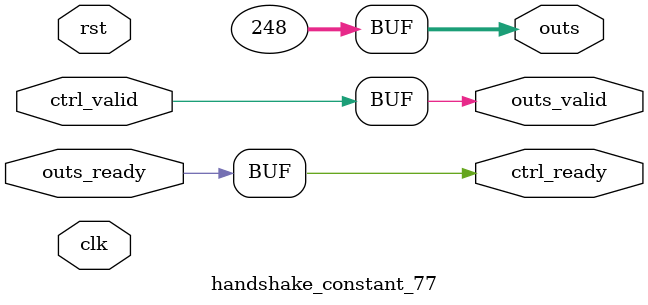
<source format=v>
`timescale 1ns / 1ps
module handshake_constant_77 #(
  parameter DATA_WIDTH = 32  // Default set to 32 bits
) (
  input                       clk,
  input                       rst,
  // Input Channel
  input                       ctrl_valid,
  output                      ctrl_ready,
  // Output Channel
  output [DATA_WIDTH - 1 : 0] outs,
  output                      outs_valid,
  input                       outs_ready
);
  assign outs       = 8'b11111000;
  assign outs_valid = ctrl_valid;
  assign ctrl_ready = outs_ready;

endmodule

</source>
